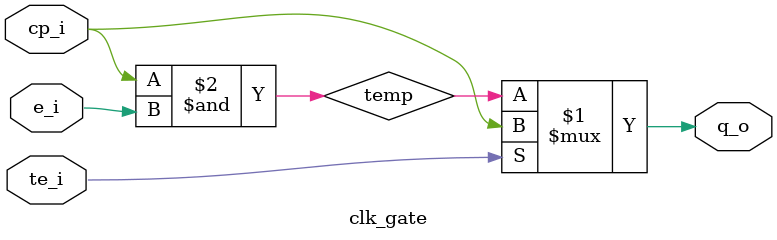
<source format=sv>

module clk_gate (
  input  logic cp_i,
  input  logic e_i,
  input  logic te_i,
  output logic q_o
);

//////////////////////////////////////////////////////////////////////////////////////////////////
//-SIGNALS
//////////////////////////////////////////////////////////////////////////////////////////////////

logic temp;

//////////////////////////////////////////////////////////////////////////////////////////////////
//-ASSIGNMENTS
//////////////////////////////////////////////////////////////////////////////////////////////////

assign q_o = te_i ? cp_i : temp;

and (temp, cp_i, e_i);

endmodule
</source>
